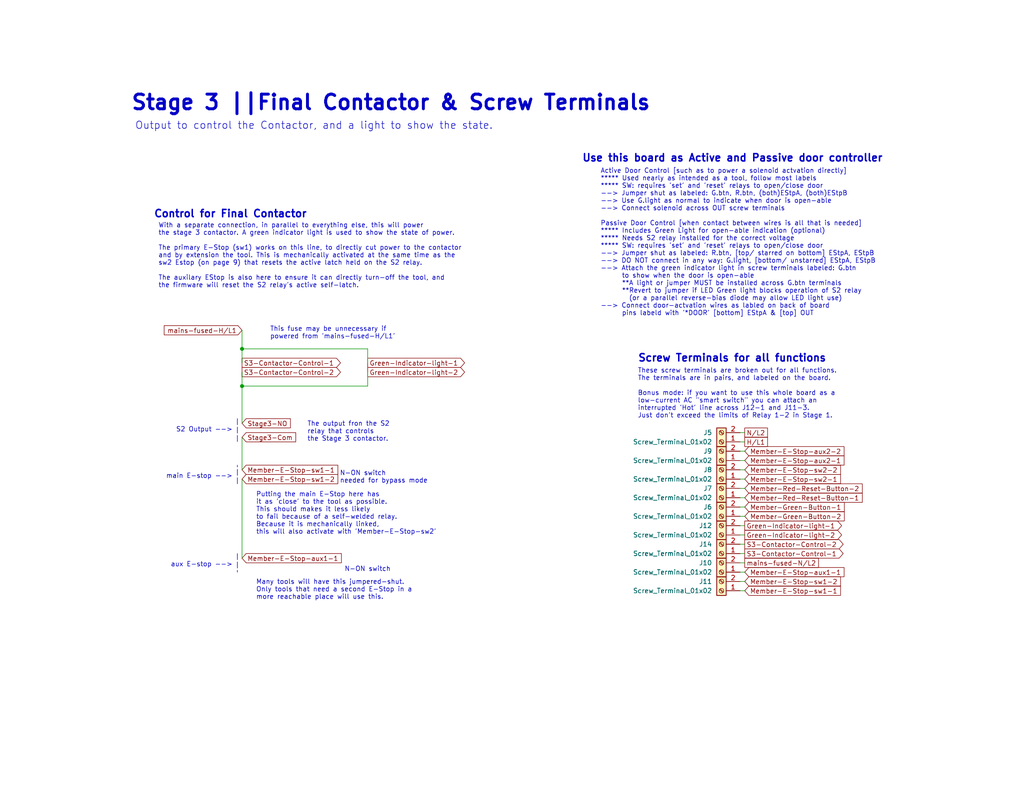
<source format=kicad_sch>
(kicad_sch (version 20211123) (generator eeschema)
  (paper "USLetter")
  (title_block (title "Stage 3 | Contactor to power the Tool") (date "2022-10-29") (rev "3") (company "Corey Rice & MakeHaven") (comment 1 "The contactor actually controls the tool, and is activated from J12 (or J11).") (comment 2 "A fuse is added to protect the board from improper wiring") (comment 3 "Screw-terminals shown here, to connect to mains-level devices") (comment 4 "Jumper the EStp3 if there will not be any secondary EStop used"))
  (lib_symbols
    (symbol "Connector:Screw_Terminal_01x02" (pin_names (offset 1.016) hide)
      (property "Reference" "J" (at 0 2.54 0))
      (property "Value" "Screw_Terminal_01x02" (at 0 -5.08 0))
      (symbol "Screw_Terminal_01x02_1_1"
        (rectangle (start -1.27 1.27) (end 1.27 -3.81) (stroke (width 0.254)) (fill (type background)))
        (circle (center 0 -2.54) (radius 0.635) (stroke (width 0.1524)))
        (polyline (pts (xy -0.5334 -2.2098) (xy 0.3302 -3.048)) (stroke (width 0.1524)))
        (polyline (pts (xy -0.5334 0.3302) (xy 0.3302 -0.508)) (stroke (width 0.1524)))
        (polyline (pts (xy -0.3556 -2.032) (xy 0.508 -2.8702)) (stroke (width 0.1524)))
        (polyline (pts (xy -0.3556 0.508) (xy 0.508 -0.3302)) (stroke (width 0.1524)))
        (circle (center 0 0) (radius 0.635) (stroke (width 0.1524)))
        (pin passive line (at -5.08 0 0) (length 3.81) (name "Pin_1") (number "1"))
        (pin passive line (at -5.08 -2.54 0) (length 3.81) (name "Pin_2") (number "2"))
      )
    )
  )
  (junction (at 66.04 95.25))
  (junction (at 66.04 105.41))
  (wire (pts (xy 201.93 158.75) (xy 203.2 158.75)))
  (wire (pts (xy 66.04 101.6) (xy 66.04 105.41)))
  (wire (pts (xy 201.93 135.89) (xy 203.2 135.89)))
  (polyline (pts (xy 64.77 114.3) (xy 64.77 120.65)))
  (wire (pts (xy 100.33 99.06) (xy 100.33 95.25)))
  (wire (pts (xy 100.33 101.6) (xy 100.33 105.41)))
  (wire (pts (xy 66.04 105.41) (xy 66.04 115.57)))
  (wire (pts (xy 66.04 95.25) (xy 100.33 95.25)))
  (wire (pts (xy 66.04 130.81) (xy 66.04 152.4)))
  (wire (pts (xy 201.93 151.13) (xy 203.2 151.13)))
  (wire (pts (xy 201.93 120.65) (xy 203.2 120.65)))
  (wire (pts (xy 201.93 133.35) (xy 203.2 133.35)))
  (wire (pts (xy 66.04 105.41) (xy 100.33 105.41)))
  (wire (pts (xy 201.93 138.43) (xy 203.2 138.43)))
  (wire (pts (xy 201.93 118.11) (xy 203.2 118.11)))
  (wire (pts (xy 66.04 95.25) (xy 66.04 99.06)))
  (polyline (pts (xy 64.77 132.08) (xy 64.77 127)))
  (wire (pts (xy 201.93 146.05) (xy 203.2 146.05)))
  (polyline (pts (xy 64.77 151.13) (xy 64.77 156.21)))
  (wire (pts (xy 66.04 119.38) (xy 66.04 128.27)))
  (wire (pts (xy 201.93 128.27) (xy 203.2 128.27)))
  (wire (pts (xy 201.93 125.73) (xy 203.2 125.73)))
  (wire (pts (xy 66.04 90.17) (xy 66.04 95.25)))
  (wire (pts (xy 201.93 123.19) (xy 203.2 123.19)))
  (wire (pts (xy 201.93 156.21) (xy 203.2 156.21)))
  (wire (pts (xy 201.93 130.81) (xy 203.2 130.81)))
  (wire (pts (xy 201.93 161.29) (xy 203.2 161.29)))
  (wire (pts (xy 201.93 143.51) (xy 203.2 143.51)))
  (wire (pts (xy 201.93 148.59) (xy 203.2 148.59)))
  (wire (pts (xy 201.93 140.97) (xy 203.2 140.97)))
  (wire (pts (xy 201.93 153.67) (xy 203.2 153.67)))
  (text "These screw terminals are broken out for all functions.\nThe terminals are in pairs, and labeled on the board. \n\nBonus mode: if you want to use this whole board as a \nlow-current AC \"smart switch\" you can attach an \ninterrupted 'Hot' line across J12-1 and J11-3. \nJust don't exceed the limits of Relay 1-2 in Stage 1." (at 173.99 114.3 0) (effects (font (size 1.27 1.27)) (justify left bottom)))
  (text "Active Door Control [such as to power a solenoid actvation directly]\n***** Used nearly as intended as a tool, follow most labels\n***** SW: requires 'set' and 'reset' relays to open/close door\n--> Jumper shut as labeled: G.btn, R.btn, (both)EStpA, (both)EStpB\n--> Use G.light as normal to indicate when door is open-able\n--> Connect solenoid across OUT screw terminals\n\nPassive Door Control [when contact between wires is all that is needed]\n***** Includes Green Light for open-able indication (optional)\n***** Needs S2 relay installed for the correct voltage \n***** SW: requires 'set' and 'reset' relays to open/close door\n--> Jumper shut as labeled: R.btn, [top/ starred on bottom] EStpA, EStpB\n--> DO NOT connect in any way: G.light, [bottom/ unstarred] EStpA, EStpB\n--> Attach the green indicator light in screw terminals labeled: G.btn\n      to show when the door is open-able\n      **A light or jumper MUST be installed across G.btn terminals\n      **Revert to jumper if LED Green light blocks operation of S2 relay\n        (or a parallel reverse-bias diode may allow LED light use)\n--> Connect door-actvation wires as labled on back of board\n      pins labeld with '*DOOR' [bottom] EStpA & [top] OUT" (at 163.83 86.36 0) (effects (font (size 1.27 1.27)) (justify left bottom)))
  (text "Stage 3 ||Final Contactor & Screw Terminals\n" (at 35.56 30.48 0) (effects (font (size 4 4) (thickness 0.8) bold) (justify left bottom)))
  (text "With a separate connection, in parallel to everything else, this will power\nthe stage 3 contactor. A green indicator light is used to show the state of power.\n\nThe primary E-Stop (sw1) works on this line, to directly cut power to the contactor\nand by extension the tool. This is mechanically activated at the same time as the \nsw2 Estop (on page 9) that resets the active latch held on the S2 relay. \n\nThe auxilary EStop is also here to ensure it can directly turn-off the tool, and \nthe firmware will reset the S2 relay's active self-latch. " (at 43.18 78.74 0) (effects (font (size 1.27 1.27)) (justify left bottom)))
  (text "Many tools will have this jumpered-shut.\nOnly tools that need a second E-Stop in a\nmore reachable place will use this.\n" (at 69.85 163.83 0) (effects (font (size 1.27 1.27)) (justify left bottom)))
  (text "This fuse may be unnecessary if \npowered from 'mains-fused-H/L1'" (at 73.66 92.71 0) (effects (font (size 1.27 1.27)) (justify left bottom)))
  (text "Use this board as Active and Passive door controller" (at 158.75 44.45 0) (effects (font (size 2 2) (thickness 0.4) bold) (justify left bottom)))
  (text "Putting the main E-Stop here has \nit as 'close' to the tool as possible.\nThis should makes it less likely \nto fail because of a self-welded relay. \nBecause it is mechanically linked, \nthis will also activate with 'Member-E-Stop-sw2'" (at 69.85 146.05 0) (effects (font (size 1.27 1.27)) (justify left bottom)))
  (text "The output fron the S2 \nrelay that controls \nthe Stage 3 contactor." (at 83.82 120.65 0) (effects (font (size 1.27 1.27)) (justify left bottom)))
  (text "main E-stop -->" (at 63.5 130.81 180) (effects (font (size 1.27 1.27)) (justify right bottom)))
  (text "Control for Final Contactor\n" (at 41.91 59.69 0) (effects (font (size 2 2) (thickness 0.4) bold) (justify left bottom)))
  (text "N-ON switch\n" (at 93.98 156.21 0) (effects (font (size 1.27 1.27)) (justify left bottom)))
  (text "aux E-stop -->" (at 63.5 154.94 180) (effects (font (size 1.27 1.27)) (justify right bottom)))
  (text "Output to control the Contactor, and a light to show the state." (at 36.83 35.56 0) (effects (font (size 2 2)) (justify left bottom)))
  (text "N-ON switch\nneeded for bypass mode" (at 92.71 132.08 0) (effects (font (size 1.27 1.27)) (justify left bottom)))
  (text "Screw Terminals for all functions" (at 173.99 99.06 0) (effects (font (size 2 2) (thickness 0.4) bold) (justify left bottom)))
  (text "S2 Output -->" (at 63.5 118.11 180) (effects (font (size 1.27 1.27)) (justify right bottom)))
  (global_label "Green-Indicator-light-1" (shape output) (at 203.2 143.51 0) (property "Intersheet References" "${INTERSHEET_REFS}" (effects hide)))
  (global_label "Member-Green-Button-2" (shape input) (at 203.2 140.97 0) (property "Intersheet References" "${INTERSHEET_REFS}" (effects hide)))
  (global_label "H{slash}L1" (shape passive) (at 203.2 120.65 0) (property "Intersheet References" "${INTERSHEET_REFS}" (effects hide)))
  (global_label "Member-E-Stop-aux1-1" (shape input) (at 66.04 152.4 0) (property "Intersheet References" "${INTERSHEET_REFS}" (effects hide)))
  (global_label "S3-Contactor-Control-2" (shape output) (at 203.2 148.59 0) (property "Intersheet References" "${INTERSHEET_REFS}" (effects hide)))
  (global_label "mains-fused-N{slash}L2" (shape passive) (at 203.2 153.67 0) (property "Intersheet References" "${INTERSHEET_REFS}" (effects hide)))
  (global_label "Member-Red-Reset-Button-2" (shape input) (at 203.2 133.35 0) (property "Intersheet References" "${INTERSHEET_REFS}" (effects hide)))
  (global_label "S3-Contactor-Control-1" (shape output) (at 203.2 151.13 0) (property "Intersheet References" "${INTERSHEET_REFS}" (effects hide)))
  (global_label "Green-Indicator-light-2" (shape output) (at 203.2 146.05 0) (property "Intersheet References" "${INTERSHEET_REFS}" (effects hide)))
  (global_label "Green-Indicator-light-2" (shape output) (at 100.33 101.6 0) (property "Intersheet References" "${INTERSHEET_REFS}" (effects hide)))
  (global_label "Member-E-Stop-sw1-2" (shape input) (at 203.2 158.75 0) (property "Intersheet References" "${INTERSHEET_REFS}" (effects hide)))
  (global_label "S3-Contactor-Control-2" (shape output) (at 66.04 101.6 0) (property "Intersheet References" "${INTERSHEET_REFS}" (effects hide)))
  (global_label "Member-E-Stop-aux1-1" (shape input) (at 203.2 156.21 0) (property "Intersheet References" "${INTERSHEET_REFS}" (effects hide)))
  (global_label "Member-Green-Button-1" (shape input) (at 203.2 138.43 0) (property "Intersheet References" "${INTERSHEET_REFS}" (effects hide)))
  (global_label "Member-E-Stop-sw1-2" (shape input) (at 66.04 130.81 0) (property "Intersheet References" "${INTERSHEET_REFS}" (effects hide)))
  (global_label "Member-E-Stop-sw1-1" (shape input) (at 66.04 128.27 0) (property "Intersheet References" "${INTERSHEET_REFS}" (effects hide)))
  (global_label "Member-Red-Reset-Button-1" (shape input) (at 203.2 135.89 0) (property "Intersheet References" "${INTERSHEET_REFS}" (effects hide)))
  (global_label "Member-E-Stop-sw1-1" (shape input) (at 203.2 161.29 0) (property "Intersheet References" "${INTERSHEET_REFS}" (effects hide)))
  (global_label "S3-Contactor-Control-1" (shape output) (at 66.04 99.06 0) (property "Intersheet References" "${INTERSHEET_REFS}" (effects hide)))
  (global_label "Stage3-NO" (shape input) (at 66.04 115.57 0) (property "Intersheet References" "${INTERSHEET_REFS}" (effects hide)))
  (global_label "Member-E-Stop-aux2-1" (shape input) (at 203.2 125.73 0) (property "Intersheet References" "${INTERSHEET_REFS}" (effects hide)))
  (global_label "Member-E-Stop-aux2-2" (shape input) (at 203.2 123.19 0) (property "Intersheet References" "${INTERSHEET_REFS}" (effects hide)))
  (global_label "N{slash}L2" (shape passive) (at 203.2 118.11 0) (property "Intersheet References" "${INTERSHEET_REFS}" (effects hide)))
  (global_label "Green-Indicator-light-1" (shape output) (at 100.33 99.06 0) (property "Intersheet References" "${INTERSHEET_REFS}" (effects hide)))
  (global_label "Member-E-Stop-sw2-1" (shape input) (at 203.2 130.81 0) (property "Intersheet References" "${INTERSHEET_REFS}" (effects hide)))
  (global_label "Stage3-Com" (shape input) (at 66.04 119.38 0) (property "Intersheet References" "${INTERSHEET_REFS}" (effects hide)))
  (global_label "mains-fused-H{slash}L1" (shape input) (at 66.04 90.17 180) (property "Intersheet References" "${INTERSHEET_REFS}" (effects hide)))
  (global_label "Member-E-Stop-sw2-2" (shape input) (at 203.2 128.27 0) (property "Intersheet References" "${INTERSHEET_REFS}" (effects hide)))
  (symbol (lib_id "Connector:Screw_Terminal_01x02") (at 196.85 120.65 180) (unit 1)
    (property "Reference" "J5" (at 194.31 118.11 0) (effects (justify left)))
    (property "Value" "Screw_Terminal_01x02" (at 194.31 120.65 0) (effects (justify left)))
    (property "Footprint" "TerminalBlock:TerminalBlock_Altech_AK300-2_P5.00mm" (effects hide))
    (property "JLCPCB Part #" "C8269" (effects hide))
  )
  (symbol (lib_id "Connector:Screw_Terminal_01x02") (at 196.85 146.05 180) (unit 1)
    (property "Reference" "J12" (at 194.31 143.51 0) (effects (justify left)))
    (property "Value" "Screw_Terminal_01x02" (at 194.31 146.05 0) (effects (justify left)))
    (property "Footprint" "TerminalBlock:TerminalBlock_Altech_AK300-2_P5.00mm" (effects hide))
    (property "JLCPCB Part #" "C8269" (effects hide))
  )
  (symbol (lib_id "Connector:Screw_Terminal_01x02") (at 196.85 125.73 180) (unit 1)
    (property "Reference" "J9" (at 194.31 123.19 0) (effects (justify left)))
    (property "Value" "Screw_Terminal_01x02" (at 194.31 125.73 0) (effects (justify left)))
    (property "Footprint" "TerminalBlock:TerminalBlock_Altech_AK300-2_P5.00mm" (effects hide))
    (property "JLCPCB Part #" "C8269" (effects hide))
  )
  (symbol (lib_id "Connector:Screw_Terminal_01x02") (at 196.85 161.29 180) (unit 1)
    (property "Reference" "J11" (at 194.31 158.75 0) (effects (justify left)))
    (property "Value" "Screw_Terminal_01x02" (at 194.31 161.29 0) (effects (justify left)))
    (property "Footprint" "TerminalBlock:TerminalBlock_Altech_AK300-2_P5.00mm" (effects hide))
    (property "JLCPCB Part #" "C8269" (effects hide))
  )
  (symbol (lib_id "Connector:Screw_Terminal_01x02") (at 196.85 135.89 180) (unit 1)
    (property "Reference" "J7" (at 194.31 133.35 0) (effects (justify left)))
    (property "Value" "Screw_Terminal_01x02" (at 194.31 135.89 0) (effects (justify left)))
    (property "Footprint" "TerminalBlock:TerminalBlock_Altech_AK300-2_P5.00mm" (effects hide))
    (property "JLCPCB Part #" "C8269" (effects hide))
  )
  (symbol (lib_id "Connector:Screw_Terminal_01x02") (at 196.85 140.97 180) (unit 1)
    (property "Reference" "J6" (at 194.31 138.43 0) (effects (justify left)))
    (property "Value" "Screw_Terminal_01x02" (at 194.31 140.97 0) (effects (justify left)))
    (property "Footprint" "TerminalBlock:TerminalBlock_Altech_AK300-2_P5.00mm" (effects hide))
    (property "JLCPCB Part #" "C8269" (effects hide))
  )
  (symbol (lib_id "Connector:Screw_Terminal_01x02") (at 196.85 130.81 180) (unit 1)
    (property "Reference" "J8" (at 194.31 128.27 0) (effects (justify left)))
    (property "Value" "Screw_Terminal_01x02" (at 194.31 130.81 0) (effects (justify left)))
    (property "Footprint" "TerminalBlock:TerminalBlock_Altech_AK300-2_P5.00mm" (effects hide))
    (property "JLCPCB Part #" "C8269" (effects hide))
  )
  (symbol (lib_id "Connector:Screw_Terminal_01x02") (at 196.85 151.13 180) (unit 1)
    (property "Reference" "J14" (at 194.31 148.59 0) (effects (justify left)))
    (property "Value" "Screw_Terminal_01x02" (at 194.31 151.13 0) (effects (justify left)))
    (property "Footprint" "TerminalBlock:TerminalBlock_Altech_AK300-2_P5.00mm" (effects hide))
    (property "JLCPCB Part #" "C8269" (effects hide))
  )
  (symbol (lib_id "Connector:Screw_Terminal_01x02") (at 196.85 156.21 180) (unit 1)
    (property "Reference" "J10" (at 194.31 153.67 0) (effects (justify left)))
    (property "Value" "Screw_Terminal_01x02" (at 194.31 156.21 0) (effects (justify left)))
    (property "Footprint" "TerminalBlock:TerminalBlock_Altech_AK300-2_P5.00mm" (effects hide))
    (property "JLCPCB Part #" "C8269" (effects hide))
  )
)
</source>
